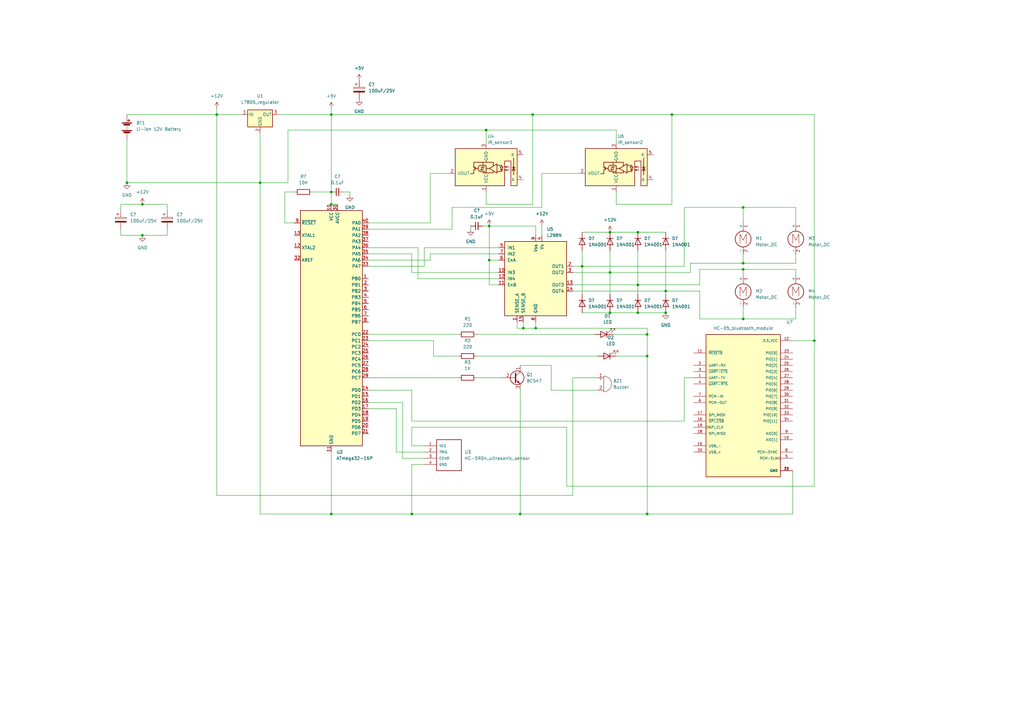
<source format=kicad_sch>
(kicad_sch (version 20211123) (generator eeschema)
  (paper "A3")
  (lib_symbols
    (symbol "Device:Battery" (pin_numbers hide) (pin_names (offset 0) hide)
      (property "Reference" "BT" (at 2.54 2.54 0))
      (property "Value" "Battery" (at 2.54 0 0))
      (symbol "Battery_0_1"
        (rectangle (start -2.032 -1.397) (end 2.032 -1.651) (fill (type outline)))
        (rectangle (start -2.032 1.778) (end 2.032 1.524) (fill (type outline)))
        (rectangle (start -1.3208 -1.9812) (end 1.27 -2.4892) (fill (type outline)))
        (rectangle (start -1.3208 1.1938) (end 1.27 0.6858) (fill (type outline)))
        (polyline (pts (xy 0 -1.524) (xy 0 -1.27)))
        (polyline (pts (xy 0 -1.016) (xy 0 -0.762)))
        (polyline (pts (xy 0 -0.508) (xy 0 -0.254)))
        (polyline (pts (xy 0 0) (xy 0 0.254)))
        (polyline (pts (xy 0 0.508) (xy 0 0.762)))
        (polyline (pts (xy 0 1.778) (xy 0 2.54)))
        (polyline (pts (xy 0.254 2.667) (xy 1.27 2.667)) (stroke (width 0.254)))
        (polyline (pts (xy 0.762 3.175) (xy 0.762 2.159)) (stroke (width 0.254)))
      )
      (symbol "Battery_1_1"
        (pin passive line (at 0 5.08 270) (length 2.54) (name "+") (number "1"))
        (pin passive line (at 0 -5.08 90) (length 2.54) (name "-") (number "2"))
      )
    )
    (symbol "Device:Buzzer" (pin_names (offset 0.0254) hide)
      (property "Reference" "BZ" (at 3.81 1.27 0))
      (property "Value" "Buzzer" (at 3.81 -1.27 0))
      (symbol "Buzzer_0_1"
        (arc (start 0 -3.175) (mid 3.175 0) (end 0 3.175))
        (polyline (pts (xy -1.651 1.905) (xy -1.143 1.905)))
        (polyline (pts (xy -1.397 2.159) (xy -1.397 1.651)))
        (polyline (pts (xy 0 3.175) (xy 0 -3.175)))
      )
      (symbol "Buzzer_1_1"
        (pin passive line (at -2.54 2.54 0) (length 2.54) (name "-") (number "1"))
        (pin passive line (at -2.54 -2.54 0) (length 2.54) (name "+") (number "2"))
      )
    )
    (symbol "Device:C_Polarized" (pin_numbers hide) (pin_names (offset 0.254))
      (property "Reference" "C" (at 0.635 2.54 0))
      (property "Value" "C_Polarized" (at 0.635 -2.54 0))
      (symbol "C_Polarized_0_1"
        (rectangle (start -2.286 0.508) (end 2.286 1.016))
        (polyline (pts (xy -1.778 2.286) (xy -0.762 2.286)))
        (polyline (pts (xy -1.27 2.794) (xy -1.27 1.778)))
        (rectangle (start 2.286 -0.508) (end -2.286 -1.016) (fill (type outline)))
      )
      (symbol "C_Polarized_1_1"
        (pin passive line (at 0 3.81 270) (length 2.794) (name "~") (number "1"))
        (pin passive line (at 0 -3.81 90) (length 2.794) (name "~") (number "2"))
      )
    )
    (symbol "Device:C_Small" (pin_numbers hide) (pin_names (offset 0.254) hide)
      (property "Reference" "C" (at 0.254 1.778 0))
      (property "Value" "C_Small" (at 0.254 -2.032 0))
      (symbol "C_Small_0_1"
        (polyline (pts (xy -1.524 -0.508) (xy 1.524 -0.508)) (stroke (width 0.3302)))
        (polyline (pts (xy -1.524 0.508) (xy 1.524 0.508)) (stroke (width 0.3048)))
      )
      (symbol "C_Small_1_1"
        (pin passive line (at 0 2.54 270) (length 2.032) (name "~") (number "1"))
        (pin passive line (at 0 -2.54 90) (length 2.032) (name "~") (number "2"))
      )
    )
    (symbol "Device:LED" (pin_numbers hide) (pin_names (offset 1.016) hide)
      (property "Reference" "D" (at 0 2.54 0))
      (property "Value" "LED" (at 0 -2.54 0))
      (symbol "LED_0_1"
        (polyline (pts (xy -1.27 -1.27) (xy -1.27 1.27)) (stroke (width 0.254)))
        (polyline (pts (xy -1.27 0) (xy 1.27 0)))
        (polyline (pts (xy 1.27 -1.27) (xy 1.27 1.27) (xy -1.27 0) (xy 1.27 -1.27)) (stroke (width 0.254)))
        (polyline (pts (xy -3.048 -0.762) (xy -4.572 -2.286) (xy -3.81 -2.286) (xy -4.572 -2.286) (xy -4.572 -1.524)))
        (polyline (pts (xy -1.778 -0.762) (xy -3.302 -2.286) (xy -2.54 -2.286) (xy -3.302 -2.286) (xy -3.302 -1.524)))
      )
      (symbol "LED_1_1"
        (pin passive line (at -3.81 0 0) (length 2.54) (name "K") (number "1"))
        (pin passive line (at 3.81 0 180) (length 2.54) (name "A") (number "2"))
      )
    )
    (symbol "Device:R" (pin_numbers hide) (pin_names (offset 0))
      (property "Reference" "R" (at 2.032 0 90))
      (property "Value" "R" (at 0 0 90))
      (symbol "R_0_1"
        (rectangle (start -1.016 -2.54) (end 1.016 2.54) (stroke (width 0.254)))
      )
      (symbol "R_1_1"
        (pin passive line (at 0 3.81 270) (length 1.27) (name "~") (number "1"))
        (pin passive line (at 0 -3.81 90) (length 1.27) (name "~") (number "2"))
      )
    )
    (symbol "Diode:1N4001" (pin_numbers hide) (pin_names (offset 1.016) hide)
      (property "Reference" "D" (at 0 2.54 0))
      (property "Value" "1N4001" (at 0 -2.54 0))
      (symbol "1N4001_0_1"
        (polyline (pts (xy -1.27 1.27) (xy -1.27 -1.27)) (stroke (width 0.254)))
        (polyline (pts (xy 1.27 0) (xy -1.27 0)))
        (polyline (pts (xy 1.27 1.27) (xy 1.27 -1.27) (xy -1.27 0) (xy 1.27 1.27)) (stroke (width 0.254)))
      )
      (symbol "1N4001_1_1"
        (pin passive line (at -3.81 0 0) (length 2.54) (name "K") (number "1"))
        (pin passive line (at 3.81 0 180) (length 2.54) (name "A") (number "2"))
      )
    )
    (symbol "Driver_Motor:L298N" (pin_names (offset 1.016))
      (property "Reference" "U" (at -10.16 16.51 0))
      (property "Value" "L298N" (at 12.7 16.51 0))
      (symbol "L298N_0_1"
        (rectangle (start -12.7 15.24) (end 12.7 -15.24) (stroke (width 0.254)) (fill (type background)))
      )
      (symbol "L298N_1_1"
        (pin power_in line (at -7.62 -17.78 90) (length 2.54) (name "SENSE_A") (number "1"))
        (pin input line (at -15.24 2.54 0) (length 2.54) (name "IN3") (number "10"))
        (pin input line (at -15.24 -2.54 0) (length 2.54) (name "EnB") (number "11"))
        (pin input line (at -15.24 0 0) (length 2.54) (name "IN4") (number "12"))
        (pin output line (at 15.24 -2.54 180) (length 2.54) (name "OUT3") (number "13"))
        (pin output line (at 15.24 -5.08 180) (length 2.54) (name "OUT4") (number "14"))
        (pin power_in line (at -5.08 -17.78 90) (length 2.54) (name "SENSE_B") (number "15"))
        (pin output line (at 15.24 5.08 180) (length 2.54) (name "OUT1") (number "2"))
        (pin output line (at 15.24 2.54 180) (length 2.54) (name "OUT2") (number "3"))
        (pin power_in line (at 2.54 17.78 270) (length 2.54) (name "Vs") (number "4"))
        (pin input line (at -15.24 12.7 0) (length 2.54) (name "IN1") (number "5"))
        (pin input line (at -15.24 7.62 0) (length 2.54) (name "EnA") (number "6"))
        (pin input line (at -15.24 10.16 0) (length 2.54) (name "IN2") (number "7"))
        (pin power_in line (at 0 -17.78 90) (length 2.54) (name "GND") (number "8"))
        (pin power_in line (at 0 17.78 270) (length 2.54) (name "Vss") (number "9"))
      )
    )
    (symbol "HC-05:HC-05" (pin_names (offset 1.016))
      (property "Reference" "U" (at -15.24 31.115 0))
      (property "Value" "HC-05" (at -15.24 -30.48 0))
      (symbol "HC-05_0_0"
        (rectangle (start -15.24 -27.94) (end 15.24 30.48) (stroke (width 0.254)) (fill (type background)))
        (pin output line (at -20.32 12.7 0) (length 5.08) (name "UART-TX") (number "1"))
        (pin bidirectional line (at 20.32 -12.7 180) (length 5.08) (name "AIO[1]") (number "10"))
        (pin input line (at -20.32 22.86 0) (length 5.08) (name "~{RESETB}") (number "11"))
        (pin power_in line (at 20.32 27.94 180) (length 5.08) (name "3.3_VCC") (number "12"))
        (pin power_in line (at 20.32 -25.4 180) (length 5.08) (name "GND") (number "13"))
        (pin bidirectional line (at -20.32 -15.24 0) (length 5.08) (name "USB_-") (number "15"))
        (pin input line (at -20.32 -5.08 0) (length 5.08) (name "~{SPI_CSB}") (number "16"))
        (pin input line (at -20.32 -2.54 0) (length 5.08) (name "SPI_MOSI") (number "17"))
        (pin output line (at -20.32 -10.16 0) (length 5.08) (name "SPI_MISO") (number "18"))
        (pin input clock (at -20.32 -7.62 0) (length 5.08) (name "SPI_CLK") (number "19"))
        (pin input line (at -20.32 17.78 0) (length 5.08) (name "UART-RX") (number "2"))
        (pin bidirectional line (at -20.32 -17.78 0) (length 5.08) (name "USB_+") (number "20"))
        (pin power_in line (at 20.32 -25.4 180) (length 5.08) (name "GND") (number "21"))
        (pin power_in line (at 20.32 -25.4 180) (length 5.08) (name "GND") (number "22"))
        (pin bidirectional line (at 20.32 22.86 180) (length 5.08) (name "PIO[0]") (number "23"))
        (pin bidirectional line (at 20.32 20.32 180) (length 5.08) (name "PIO[1]") (number "24"))
        (pin bidirectional line (at 20.32 17.78 180) (length 5.08) (name "PIO[2]") (number "25"))
        (pin bidirectional line (at 20.32 15.24 180) (length 5.08) (name "PIO[3]") (number "26"))
        (pin bidirectional line (at 20.32 12.7 180) (length 5.08) (name "PIO[4]") (number "27"))
        (pin bidirectional line (at 20.32 10.16 180) (length 5.08) (name "PIO[5]") (number "28"))
        (pin bidirectional line (at 20.32 7.62 180) (length 5.08) (name "PIO[6]") (number "29"))
        (pin input line (at -20.32 15.24 0) (length 5.08) (name "~{UART-CTS}") (number "3"))
        (pin bidirectional line (at 20.32 5.08 180) (length 5.08) (name "PIO[7]") (number "30"))
        (pin bidirectional line (at 20.32 2.54 180) (length 5.08) (name "PIO[8]") (number "31"))
        (pin bidirectional line (at 20.32 0 180) (length 5.08) (name "PIO[9]") (number "32"))
        (pin bidirectional line (at 20.32 -2.54 180) (length 5.08) (name "PIO[10]") (number "33"))
        (pin bidirectional line (at 20.32 -5.08 180) (length 5.08) (name "PIO[11]") (number "34"))
        (pin output line (at -20.32 10.16 0) (length 5.08) (name "~{UART-RTS}") (number "4"))
        (pin bidirectional clock (at 20.32 -20.32 180) (length 5.08) (name "PCM-CLK") (number "5"))
        (pin output line (at -20.32 2.54 0) (length 5.08) (name "PCM-OUT") (number "6"))
        (pin input line (at -20.32 5.08 0) (length 5.08) (name "PCM-IN") (number "7"))
        (pin bidirectional line (at 20.32 -17.78 180) (length 5.08) (name "PCN-SYNC") (number "8"))
        (pin bidirectional line (at 20.32 -10.16 180) (length 5.08) (name "AIO[0]") (number "9"))
      )
    )
    (symbol "HC-SR04:HC-SR04" (pin_names (offset 1.016))
      (property "Reference" "U" (at 0 5.08 0))
      (property "Value" "HC-SR04" (at 0 -10.16 0))
      (symbol "HC-SR04_0_0"
        (polyline (pts (xy 0 -7.62) (xy 10.16 -7.62)) (stroke (width 0.254)))
        (polyline (pts (xy 0 5.08) (xy 0 -7.62)) (stroke (width 0.254)))
        (polyline (pts (xy 10.16 -7.62) (xy 10.16 5.08)) (stroke (width 0.254)))
        (polyline (pts (xy 10.16 5.08) (xy 0 5.08)) (stroke (width 0.254)))
        (pin power_in line (at -5.08 2.54 0) (length 5.08) (name "VCC") (number "1"))
        (pin bidirectional line (at -5.08 0 0) (length 5.08) (name "TRIG") (number "2"))
        (pin bidirectional line (at -5.08 -2.54 0) (length 5.08) (name "ECHO") (number "3"))
        (pin power_in line (at -5.08 -5.08 0) (length 5.08) (name "GND") (number "4"))
      )
    )
    (symbol "MCU_Microchip_ATmega:ATmega32-16P"
      (property "Reference" "U" (at -12.7 49.53 0))
      (property "Value" "ATmega32-16P" (at 2.54 -49.53 0))
      (symbol "ATmega32-16P_0_1"
        (rectangle (start -12.7 -48.26) (end 12.7 48.26) (stroke (width 0.254)) (fill (type background)))
      )
      (symbol "ATmega32-16P_1_1"
        (pin bidirectional line (at 15.24 20.32 180) (length 2.54) (name "PB0") (number "1"))
        (pin power_in line (at 0 50.8 270) (length 2.54) (name "VCC") (number "10"))
        (pin power_in line (at 0 -50.8 90) (length 2.54) (name "GND") (number "11"))
        (pin output line (at -15.24 33.02 0) (length 2.54) (name "XTAL2") (number "12"))
        (pin input line (at -15.24 38.1 0) (length 2.54) (name "XTAL1") (number "13"))
        (pin bidirectional line (at 15.24 -25.4 180) (length 2.54) (name "PD0") (number "14"))
        (pin bidirectional line (at 15.24 -27.94 180) (length 2.54) (name "PD1") (number "15"))
        (pin bidirectional line (at 15.24 -30.48 180) (length 2.54) (name "PD2") (number "16"))
        (pin bidirectional line (at 15.24 -33.02 180) (length 2.54) (name "PD3") (number "17"))
        (pin bidirectional line (at 15.24 -35.56 180) (length 2.54) (name "PD4") (number "18"))
        (pin bidirectional line (at 15.24 -38.1 180) (length 2.54) (name "PD5") (number "19"))
        (pin bidirectional line (at 15.24 17.78 180) (length 2.54) (name "PB1") (number "2"))
        (pin bidirectional line (at 15.24 -40.64 180) (length 2.54) (name "PD6") (number "20"))
        (pin bidirectional line (at 15.24 -43.18 180) (length 2.54) (name "PD7") (number "21"))
        (pin bidirectional line (at 15.24 -2.54 180) (length 2.54) (name "PC0") (number "22"))
        (pin bidirectional line (at 15.24 -5.08 180) (length 2.54) (name "PC1") (number "23"))
        (pin bidirectional line (at 15.24 -7.62 180) (length 2.54) (name "PC2") (number "24"))
        (pin bidirectional line (at 15.24 -10.16 180) (length 2.54) (name "PC3") (number "25"))
        (pin bidirectional line (at 15.24 -12.7 180) (length 2.54) (name "PC4") (number "26"))
        (pin bidirectional line (at 15.24 -15.24 180) (length 2.54) (name "PC5") (number "27"))
        (pin bidirectional line (at 15.24 -17.78 180) (length 2.54) (name "PC6") (number "28"))
        (pin bidirectional line (at 15.24 -20.32 180) (length 2.54) (name "PC7") (number "29"))
        (pin bidirectional line (at 15.24 15.24 180) (length 2.54) (name "PB2") (number "3"))
        (pin power_in line (at 2.54 50.8 270) (length 2.54) (name "AVCC") (number "30"))
        (pin passive line (at 0 -50.8 90) (length 2.54) hide (name "GND") (number "31"))
        (pin passive line (at -15.24 27.94 0) (length 2.54) (name "AREF") (number "32"))
        (pin bidirectional line (at 15.24 25.4 180) (length 2.54) (name "PA7") (number "33"))
        (pin bidirectional line (at 15.24 27.94 180) (length 2.54) (name "PA6") (number "34"))
        (pin bidirectional line (at 15.24 30.48 180) (length 2.54) (name "PA5") (number "35"))
        (pin bidirectional line (at 15.24 33.02 180) (length 2.54) (name "PA4") (number "36"))
        (pin bidirectional line (at 15.24 35.56 180) (length 2.54) (name "PA3") (number "37"))
        (pin bidirectional line (at 15.24 38.1 180) (length 2.54) (name "PA2") (number "38"))
        (pin bidirectional line (at 15.24 40.64 180) (length 2.54) (name "PA1") (number "39"))
        (pin bidirectional line (at 15.24 12.7 180) (length 2.54) (name "PB3") (number "4"))
        (pin bidirectional line (at 15.24 43.18 180) (length 2.54) (name "PA0") (number "40"))
        (pin bidirectional line (at 15.24 10.16 180) (length 2.54) (name "PB4") (number "5"))
        (pin bidirectional line (at 15.24 7.62 180) (length 2.54) (name "PB5") (number "6"))
        (pin bidirectional line (at 15.24 5.08 180) (length 2.54) (name "PB6") (number "7"))
        (pin bidirectional line (at 15.24 2.54 180) (length 2.54) (name "PB7") (number "8"))
        (pin input line (at -15.24 43.18 0) (length 2.54) (name "~{RESET}") (number "9"))
      )
    )
    (symbol "Motor:Motor_DC" (pin_names (offset 0))
      (property "Reference" "M" (at 2.54 2.54 0))
      (property "Value" "Motor_DC" (at 2.54 -5.08 0))
      (symbol "Motor_DC_0_0"
        (polyline (pts (xy -1.27 -3.302) (xy -1.27 0.508) (xy 0 -2.032) (xy 1.27 0.508) (xy 1.27 -3.302)))
      )
      (symbol "Motor_DC_0_1"
        (circle (center 0 -1.524) (radius 3.2512) (stroke (width 0.254)))
        (polyline (pts (xy 0 -7.62) (xy 0 -7.112)))
        (polyline (pts (xy 0 -4.7752) (xy 0 -5.1816)))
        (polyline (pts (xy 0 1.7272) (xy 0 2.0828)))
        (polyline (pts (xy 0 2.032) (xy 0 2.54)))
      )
      (symbol "Motor_DC_1_1"
        (pin passive line (at 0 5.08 270) (length 2.54) (name "+") (number "1"))
        (pin passive line (at 0 -7.62 90) (length 2.54) (name "-") (number "2"))
      )
    )
    (symbol "Regulator_Linear:L7805" (pin_names (offset 0.254))
      (property "Reference" "U" (at -3.81 3.175 0))
      (property "Value" "L7805" (at 0 3.175 0))
      (symbol "L7805_0_1"
        (rectangle (start -5.08 1.905) (end 5.08 -5.08) (stroke (width 0.254)) (fill (type background)))
      )
      (symbol "L7805_1_1"
        (pin power_in line (at -7.62 0 0) (length 2.54) (name "IN") (number "1"))
        (pin power_in line (at 0 -7.62 90) (length 2.54) (name "GND") (number "2"))
        (pin power_out line (at 7.62 0 180) (length 2.54) (name "OUT") (number "3"))
      )
    )
    (symbol "Sensor_Proximity:LG206L" (pin_names (offset 1.016))
      (property "Reference" "U" (at -11.43 8.89 0))
      (property "Value" "LG206L" (at 4.318 8.89 0))
      (symbol "LG206L_0_1"
        (polyline (pts (xy -11.9126 0) (xy -10.6426 0)) (stroke (width 0.254)))
        (polyline (pts (xy -11.2776 -3.81) (xy -11.2776 3.175)) (stroke (width 0.254)))
        (polyline (pts (xy -6.985 1.143) (xy -5.715 1.143)) (stroke (width 0.254)))
        (polyline (pts (xy -2.921 1.524) (xy -2.921 2.286)) (stroke (width 0.254)))
        (polyline (pts (xy -2.921 2.286) (xy 1.27 2.286)) (stroke (width 0.254)))
        (polyline (pts (xy -1.27 0.508) (xy 0 0.508)) (stroke (width 0.254)))
        (polyline (pts (xy -0.1016 -2.5146) (xy -0.1016 -2.0828)) (stroke (width 0.254)))
        (polyline (pts (xy 0 1.778) (xy 2.54 1.778)) (stroke (width 0.254)))
        (polyline (pts (xy 0.0254 2.3114) (xy 0.0254 2.7178)) (stroke (width 0.254)))
        (polyline (pts (xy 1.27 1.9304) (xy 1.27 2.286)) (stroke (width 0.254)))
        (polyline (pts (xy 3.175 0.508) (xy 4.445 0.508)) (stroke (width 0.254)))
        (polyline (pts (xy 4.445 0.508) (xy 5.08 -0.127)) (stroke (width 0.254)))
        (polyline (pts (xy 4.445 0.508) (xy 5.08 1.143)) (stroke (width 0.254)))
        (polyline (pts (xy 4.445 1.143) (xy 4.445 -0.127)) (stroke (width 0.254)))
        (polyline (pts (xy -9.3472 -0.127) (xy -7.8232 -0.127) (xy -8.2296 0.0762)) (stroke (width 0.254)))
        (polyline (pts (xy -9.3472 1.143) (xy -7.8232 1.143) (xy -8.2296 1.3462)) (stroke (width 0.254)))
        (polyline (pts (xy -8.2296 0.0762) (xy -8.2296 -0.3302) (xy -7.8232 -0.127)) (stroke (width 0.254)))
        (polyline (pts (xy -8.2296 1.3462) (xy -8.2296 0.9398) (xy -7.8232 1.143)) (stroke (width 0.254)))
        (polyline (pts (xy -6.35 -0.127) (xy -6.35 -0.762) (xy -4.445 -0.762)) (stroke (width 0.254)))
        (polyline (pts (xy -6.35 1.143) (xy -6.35 1.778) (xy -4.445 1.778)) (stroke (width 0.254)))
        (polyline (pts (xy 0 1.778) (xy 0 -0.762) (xy 2.54 -0.762)) (stroke (width 0.254)))
        (polyline (pts (xy 1.27 -2.032) (xy -2.921 -2.032) (xy -2.921 -0.508)) (stroke (width 0.254)))
        (polyline (pts (xy 1.905 1.143) (xy 1.27 1.143) (xy 1.27 -0.127)) (stroke (width 0.254)))
        (polyline (pts (xy 5.08 1.143) (xy 5.08 2.667) (xy 6.35 2.667)) (stroke (width 0.254)))
        (polyline (pts (xy -11.9126 1.27) (xy -10.6426 1.27) (xy -11.2776 0) (xy -11.9126 1.27)) (stroke (width 0.254)))
        (polyline (pts (xy -6.985 -0.127) (xy -5.715 -0.127) (xy -6.35 1.143) (xy -6.985 -0.127)) (stroke (width 0.254)))
        (polyline (pts (xy -4.445 2.413) (xy -4.445 -1.397) (xy -1.27 0.508) (xy -4.445 2.413)) (stroke (width 0.254)))
        (polyline (pts (xy 0.635 -0.127) (xy 1.905 -0.127) (xy 1.905 1.143) (xy 2.54 1.143)) (stroke (width 0.254)))
        (polyline (pts (xy 1.27 -0.762) (xy 1.27 -2.032) (xy 5.08 -2.032) (xy 5.08 -0.127)) (stroke (width 0.254)))
        (polyline (pts (xy 5.08 -0.127) (xy 4.826 -0.0762) (xy 5.0292 0.127) (xy 5.08 -0.127)) (stroke (width 0.254)))
        (polyline (pts (xy -12.7 -7.62) (xy 12.7 -7.62) (xy 12.7 7.62) (xy -7.62 7.62) (xy -7.62 -2.54) (xy -10.16 -2.54) (xy -10.16 7.62) (xy -12.7 7.62) (xy -12.7 -7.62)) (stroke (width 0.254)) (fill (type background)))
        (arc (start 2.54 -0.762) (mid 3.3249 0.508) (end 2.54 1.778) (stroke (width 0.254)))
      )
      (symbol "LG206L_1_1"
        (pin power_in line (at 0 10.16 270) (length 2.54) (name "VCC") (number "1"))
        (pin open_collector line (at 15.24 2.54 180) (length 2.54) (name "VOUT") (number "2"))
        (pin power_in line (at 0 -10.16 90) (length 2.54) (name "GND") (number "3"))
        (pin passive line (at -15.24 5.08 0) (length 2.54) (name "A") (number "4"))
        (pin passive line (at -15.24 -5.08 0) (length 2.54) (name "K") (number "5"))
      )
    )
    (symbol "Transistor_BJT:BC547" (pin_names (offset 0) hide)
      (property "Reference" "Q" (at 5.08 1.905 0))
      (property "Value" "BC547" (at 5.08 0 0))
      (symbol "BC547_0_1"
        (polyline (pts (xy 0 0) (xy 0.635 0)))
        (polyline (pts (xy 0.635 0.635) (xy 2.54 2.54)))
        (polyline (pts (xy 0.635 -0.635) (xy 2.54 -2.54) (xy 2.54 -2.54)))
        (polyline (pts (xy 0.635 1.905) (xy 0.635 -1.905) (xy 0.635 -1.905)) (stroke (width 0.508)))
        (polyline (pts (xy 1.27 -1.778) (xy 1.778 -1.27) (xy 2.286 -2.286) (xy 1.27 -1.778) (xy 1.27 -1.778)) (fill (type outline)))
        (circle (center 1.27 0) (radius 2.8194) (stroke (width 0.254)))
      )
      (symbol "BC547_1_1"
        (pin passive line (at 2.54 5.08 270) (length 2.54) (name "C") (number "1"))
        (pin input line (at -5.08 0 0) (length 5.08) (name "B") (number "2"))
        (pin passive line (at 2.54 -5.08 90) (length 2.54) (name "E") (number "3"))
      )
    )
    (symbol "power:+12V" (power) (pin_names (offset 0))
      (property "Value" "+12V" (at 0 3.556 0))
      (symbol "+12V_0_1"
        (polyline (pts (xy -0.762 1.27) (xy 0 2.54)))
        (polyline (pts (xy 0 0) (xy 0 2.54)))
        (polyline (pts (xy 0 2.54) (xy 0.762 1.27)))
      )
      (symbol "+12V_1_1"
        (pin power_in line (at 0 0 90) (length 0) hide (name "+12V") (number "1"))
      )
    )
    (symbol "power:+5V" (power) (pin_names (offset 0))
      (property "Value" "+5V" (at 0 3.556 0))
      (symbol "+5V_0_1"
        (polyline (pts (xy -0.762 1.27) (xy 0 2.54)))
        (polyline (pts (xy 0 0) (xy 0 2.54)))
        (polyline (pts (xy 0 2.54) (xy 0.762 1.27)))
      )
      (symbol "+5V_1_1"
        (pin power_in line (at 0 0 90) (length 0) hide (name "+5V") (number "1"))
      )
    )
    (symbol "power:GND" (power) (pin_names (offset 0))
      (property "Value" "GND" (at 0 -3.81 0))
      (symbol "GND_0_1"
        (polyline (pts (xy 0 0) (xy 0 -1.27) (xy 1.27 -1.27) (xy 0 -2.54) (xy -1.27 -1.27) (xy 0 -1.27)))
      )
      (symbol "GND_1_1"
        (pin power_in line (at 0 0 270) (length 0) hide (name "GND") (number "1"))
      )
    )
  )
  (junction (at 265.43 137.16))
  (junction (at 135.89 78.74))
  (junction (at 52.07 74.93))
  (junction (at 213.36 210.82))
  (junction (at 265.43 146.05))
  (junction (at 168.91 210.82))
  (junction (at 261.62 116.84))
  (junction (at 273.05 119.38))
  (junction (at 273.05 128.27))
  (junction (at 250.19 111.76))
  (junction (at 304.8 130.81))
  (junction (at 238.76 109.22))
  (junction (at 214.63 134.62))
  (junction (at 135.89 210.82))
  (junction (at 200.66 106.68))
  (junction (at 275.59 46.99))
  (junction (at 250.19 128.27))
  (junction (at 219.71 134.62))
  (junction (at 304.8 110.49))
  (junction (at 304.8 107.95))
  (junction (at 88.9 46.99))
  (junction (at 334.01 139.7))
  (junction (at 250.19 95.25))
  (junction (at 106.68 74.93))
  (junction (at 265.43 210.82))
  (junction (at 199.39 53.34))
  (junction (at 58.42 96.52))
  (junction (at 304.8 85.09))
  (junction (at 58.42 83.82))
  (junction (at 200.66 92.71))
  (junction (at 135.89 83.82))
  (junction (at 135.89 46.99))
  (junction (at 261.62 128.27))
  (junction (at 261.62 95.25))
  (junction (at 218.44 46.99))
  (wire (pts (xy 325.12 139.7) (xy 334.01 139.7)))
  (wire (pts (xy 168.91 190.5) (xy 168.91 210.82)))
  (wire (pts (xy 219.71 92.71) (xy 200.66 92.71)))
  (wire (pts (xy 151.13 91.44) (xy 176.53 91.44)))
  (wire (pts (xy 214.63 134.62) (xy 219.71 134.62)))
  (wire (pts (xy 214.63 132.08) (xy 214.63 134.62)))
  (wire (pts (xy 135.89 185.42) (xy 135.89 210.82)))
  (wire (pts (xy 193.04 93.98) (xy 193.04 92.71)))
  (wire (pts (xy 252.73 78.74) (xy 252.73 83.82)))
  (wire (pts (xy 304.8 104.14) (xy 304.8 107.95)))
  (wire (pts (xy 116.84 78.74) (xy 116.84 91.44)))
  (wire (pts (xy 151.13 139.7) (xy 177.8 139.7)))
  (wire (pts (xy 151.13 154.94) (xy 187.96 154.94)))
  (wire (pts (xy 106.68 54.61) (xy 106.68 74.93)))
  (wire (pts (xy 234.95 111.76) (xy 250.19 111.76)))
  (wire (pts (xy 283.21 111.76) (xy 283.21 107.95)))
  (wire (pts (xy 238.76 128.27) (xy 250.19 128.27)))
  (wire (pts (xy 250.19 111.76) (xy 250.19 120.65)))
  (wire (pts (xy 222.25 85.09) (xy 222.25 71.12)))
  (wire (pts (xy 280.67 109.22) (xy 280.67 85.09)))
  (wire (pts (xy 128.27 78.74) (xy 135.89 78.74)))
  (wire (pts (xy 304.8 110.49) (xy 326.39 110.49)))
  (wire (pts (xy 173.99 109.22) (xy 173.99 101.6)))
  (wire (pts (xy 151.13 165.1) (xy 165.1 165.1)))
  (wire (pts (xy 273.05 119.38) (xy 287.02 119.38)))
  (wire (pts (xy 261.62 116.84) (xy 287.02 116.84)))
  (wire (pts (xy 135.89 210.82) (xy 106.68 210.82)))
  (wire (pts (xy 200.66 92.71) (xy 200.66 106.68)))
  (wire (pts (xy 261.62 102.87) (xy 261.62 116.84)))
  (wire (pts (xy 287.02 119.38) (xy 287.02 130.81)))
  (wire (pts (xy 176.53 104.14) (xy 176.53 106.68)))
  (wire (pts (xy 168.91 104.14) (xy 168.91 111.76)))
  (wire (pts (xy 135.89 78.74) (xy 135.89 83.82)))
  (wire (pts (xy 252.73 53.34) (xy 199.39 53.34)))
  (wire (pts (xy 52.07 57.15) (xy 52.07 74.93)))
  (wire (pts (xy 168.91 175.26) (xy 232.41 175.26)))
  (wire (pts (xy 326.39 125.73) (xy 326.39 130.81)))
  (wire (pts (xy 68.58 96.52) (xy 68.58 93.98)))
  (wire (pts (xy 218.44 83.82) (xy 218.44 46.99)))
  (wire (pts (xy 234.95 154.94) (xy 234.95 203.2)))
  (wire (pts (xy 171.45 114.3) (xy 171.45 101.6)))
  (wire (pts (xy 232.41 175.26) (xy 232.41 199.39)))
  (wire (pts (xy 265.43 146.05) (xy 265.43 210.82)))
  (wire (pts (xy 287.02 130.81) (xy 304.8 130.81)))
  (wire (pts (xy 252.73 146.05) (xy 265.43 146.05)))
  (wire (pts (xy 68.58 83.82) (xy 58.42 83.82)))
  (wire (pts (xy 304.8 110.49) (xy 304.8 113.03)))
  (wire (pts (xy 284.48 154.94) (xy 280.67 154.94)))
  (wire (pts (xy 265.43 210.82) (xy 213.36 210.82)))
  (wire (pts (xy 162.56 185.42) (xy 173.99 185.42)))
  (wire (pts (xy 195.58 146.05) (xy 245.11 146.05)))
  (wire (pts (xy 334.01 199.39) (xy 334.01 139.7)))
  (wire (pts (xy 114.3 46.99) (xy 135.89 46.99)))
  (wire (pts (xy 287.02 110.49) (xy 304.8 110.49)))
  (wire (pts (xy 250.19 128.27) (xy 261.62 128.27)))
  (wire (pts (xy 165.1 187.96) (xy 173.99 187.96)))
  (wire (pts (xy 49.53 93.98) (xy 49.53 96.52)))
  (wire (pts (xy 151.13 137.16) (xy 187.96 137.16)))
  (wire (pts (xy 219.71 96.52) (xy 219.71 92.71)))
  (wire (pts (xy 250.19 95.25) (xy 261.62 95.25)))
  (wire (pts (xy 234.95 119.38) (xy 273.05 119.38)))
  (wire (pts (xy 325.12 193.04) (xy 325.12 210.82)))
  (wire (pts (xy 212.09 134.62) (xy 214.63 134.62)))
  (wire (pts (xy 120.65 78.74) (xy 116.84 78.74)))
  (wire (pts (xy 135.89 83.82) (xy 138.43 83.82)))
  (wire (pts (xy 250.19 102.87) (xy 250.19 111.76)))
  (wire (pts (xy 275.59 83.82) (xy 275.59 46.99)))
  (wire (pts (xy 304.8 85.09) (xy 304.8 91.44)))
  (wire (pts (xy 151.13 160.02) (xy 168.91 160.02)))
  (wire (pts (xy 88.9 203.2) (xy 234.95 203.2)))
  (wire (pts (xy 200.66 106.68) (xy 204.47 106.68)))
  (wire (pts (xy 135.89 44.45) (xy 135.89 46.99)))
  (wire (pts (xy 304.8 130.81) (xy 326.39 130.81)))
  (wire (pts (xy 58.42 96.52) (xy 68.58 96.52)))
  (wire (pts (xy 168.91 175.26) (xy 168.91 182.88)))
  (wire (pts (xy 213.36 160.02) (xy 213.36 210.82)))
  (wire (pts (xy 173.99 101.6) (xy 204.47 101.6)))
  (wire (pts (xy 168.91 172.72) (xy 280.67 172.72)))
  (wire (pts (xy 326.39 107.95) (xy 326.39 104.14)))
  (wire (pts (xy 213.36 149.86) (xy 226.06 149.86)))
  (wire (pts (xy 204.47 104.14) (xy 176.53 104.14)))
  (wire (pts (xy 252.73 83.82) (xy 275.59 83.82)))
  (wire (pts (xy 200.66 106.68) (xy 200.66 116.84)))
  (wire (pts (xy 199.39 53.34) (xy 118.11 53.34)))
  (wire (pts (xy 212.09 132.08) (xy 212.09 134.62)))
  (wire (pts (xy 151.13 109.22) (xy 173.99 109.22)))
  (wire (pts (xy 226.06 160.02) (xy 245.11 160.02)))
  (wire (pts (xy 151.13 93.98) (xy 185.42 93.98)))
  (wire (pts (xy 326.39 85.09) (xy 326.39 91.44)))
  (wire (pts (xy 199.39 58.42) (xy 199.39 53.34)))
  (wire (pts (xy 118.11 74.93) (xy 106.68 74.93)))
  (wire (pts (xy 222.25 92.71) (xy 222.25 96.52)))
  (wire (pts (xy 273.05 102.87) (xy 273.05 119.38)))
  (wire (pts (xy 88.9 44.45) (xy 88.9 46.99)))
  (wire (pts (xy 168.91 210.82) (xy 135.89 210.82)))
  (wire (pts (xy 200.66 116.84) (xy 204.47 116.84)))
  (wire (pts (xy 280.67 154.94) (xy 280.67 172.72)))
  (wire (pts (xy 151.13 104.14) (xy 168.91 104.14)))
  (wire (pts (xy 168.91 160.02) (xy 168.91 172.72)))
  (wire (pts (xy 232.41 199.39) (xy 334.01 199.39)))
  (wire (pts (xy 273.05 119.38) (xy 273.05 120.65)))
  (wire (pts (xy 177.8 139.7) (xy 177.8 146.05)))
  (wire (pts (xy 238.76 95.25) (xy 250.19 95.25)))
  (wire (pts (xy 238.76 102.87) (xy 238.76 109.22)))
  (wire (pts (xy 222.25 71.12) (xy 237.49 71.12)))
  (wire (pts (xy 261.62 116.84) (xy 261.62 120.65)))
  (wire (pts (xy 68.58 86.36) (xy 68.58 83.82)))
  (wire (pts (xy 238.76 109.22) (xy 238.76 120.65)))
  (wire (pts (xy 334.01 46.99) (xy 275.59 46.99)))
  (wire (pts (xy 151.13 167.64) (xy 162.56 167.64)))
  (wire (pts (xy 213.36 210.82) (xy 168.91 210.82)))
  (wire (pts (xy 304.8 107.95) (xy 326.39 107.95)))
  (wire (pts (xy 219.71 134.62) (xy 219.71 132.08)))
  (wire (pts (xy 198.12 92.71) (xy 200.66 92.71)))
  (wire (pts (xy 238.76 109.22) (xy 280.67 109.22)))
  (wire (pts (xy 304.8 125.73) (xy 304.8 130.81)))
  (wire (pts (xy 218.44 46.99) (xy 275.59 46.99)))
  (wire (pts (xy 234.95 109.22) (xy 238.76 109.22)))
  (wire (pts (xy 185.42 93.98) (xy 185.42 85.09)))
  (wire (pts (xy 334.01 139.7) (xy 334.01 46.99)))
  (wire (pts (xy 162.56 167.64) (xy 162.56 185.42)))
  (wire (pts (xy 88.9 46.99) (xy 88.9 203.2)))
  (wire (pts (xy 116.84 91.44) (xy 120.65 91.44)))
  (wire (pts (xy 177.8 146.05) (xy 187.96 146.05)))
  (wire (pts (xy 251.46 137.16) (xy 265.43 137.16)))
  (wire (pts (xy 168.91 111.76) (xy 204.47 111.76)))
  (wire (pts (xy 280.67 85.09) (xy 304.8 85.09)))
  (wire (pts (xy 143.51 78.74) (xy 140.97 78.74)))
  (wire (pts (xy 58.42 83.82) (xy 49.53 83.82)))
  (wire (pts (xy 261.62 95.25) (xy 273.05 95.25)))
  (wire (pts (xy 245.11 154.94) (xy 234.95 154.94)))
  (wire (pts (xy 52.07 74.93) (xy 106.68 74.93)))
  (wire (pts (xy 173.99 190.5) (xy 168.91 190.5)))
  (wire (pts (xy 135.89 46.99) (xy 218.44 46.99)))
  (wire (pts (xy 88.9 46.99) (xy 99.06 46.99)))
  (wire (pts (xy 250.19 111.76) (xy 283.21 111.76)))
  (wire (pts (xy 261.62 128.27) (xy 273.05 128.27)))
  (wire (pts (xy 135.89 46.99) (xy 135.89 78.74)))
  (wire (pts (xy 283.21 107.95) (xy 304.8 107.95)))
  (wire (pts (xy 176.53 71.12) (xy 184.15 71.12)))
  (wire (pts (xy 143.51 80.01) (xy 143.51 78.74)))
  (wire (pts (xy 151.13 101.6) (xy 171.45 101.6)))
  (wire (pts (xy 173.99 182.88) (xy 168.91 182.88)))
  (wire (pts (xy 49.53 83.82) (xy 49.53 86.36)))
  (wire (pts (xy 252.73 58.42) (xy 252.73 53.34)))
  (wire (pts (xy 199.39 78.74) (xy 199.39 83.82)))
  (wire (pts (xy 326.39 110.49) (xy 326.39 113.03)))
  (wire (pts (xy 226.06 149.86) (xy 226.06 160.02)))
  (wire (pts (xy 185.42 85.09) (xy 222.25 85.09)))
  (wire (pts (xy 176.53 106.68) (xy 151.13 106.68)))
  (wire (pts (xy 195.58 154.94) (xy 205.74 154.94)))
  (wire (pts (xy 234.95 116.84) (xy 261.62 116.84)))
  (wire (pts (xy 176.53 91.44) (xy 176.53 71.12)))
  (wire (pts (xy 265.43 137.16) (xy 265.43 146.05)))
  (wire (pts (xy 165.1 165.1) (xy 165.1 187.96)))
  (wire (pts (xy 219.71 134.62) (xy 265.43 134.62)))
  (wire (pts (xy 265.43 134.62) (xy 265.43 137.16)))
  (wire (pts (xy 49.53 96.52) (xy 58.42 96.52)))
  (wire (pts (xy 325.12 210.82) (xy 265.43 210.82)))
  (wire (pts (xy 199.39 83.82) (xy 218.44 83.82)))
  (wire (pts (xy 106.68 210.82) (xy 106.68 74.93)))
  (wire (pts (xy 52.07 46.99) (xy 88.9 46.99)))
  (wire (pts (xy 204.47 114.3) (xy 171.45 114.3)))
  (wire (pts (xy 287.02 116.84) (xy 287.02 110.49)))
  (wire (pts (xy 195.58 137.16) (xy 243.84 137.16)))
  (wire (pts (xy 304.8 85.09) (xy 326.39 85.09)))
  (wire (pts (xy 118.11 53.34) (xy 118.11 74.93)))
  (symbol (lib_id "Motor:Motor_DC") (at 326.39 118.11 0) (unit 1)
    (property "Reference" "M4" (at 331.47 119.3799 0) (effects (justify left)))
    (property "Value" "Motor_DC" (at 331.47 121.9199 0) (effects (justify left)))
    (property "Footprint" "Connector:Banana_Jack_1Pin" (effects hide))
  )
  (symbol (lib_id "Diode:1N4001") (at 238.76 99.06 270) (unit 1)
    (property "Reference" "D?" (at 241.3 97.7899 90) (effects (justify left)))
    (property "Value" "1N4001" (at 241.3 100.3299 90) (effects (justify left)))
    (property "Footprint" "Diode_THT:D_DO-41_SOD81_P10.16mm_Horizontal" (effects hide))
    (property "Datasheet" "http://www.vishay.com/docs/88503/1n4001.pdf" (effects hide))
  )
  (symbol (lib_id "HC-05:HC-05") (at 304.8 167.64 0) (unit 1)
    (property "Reference" "U7" (at 323.85 132.08 0))
    (property "Value" "HC-05_bluetooth_module" (at 304.8 134.62 0))
    (property "Footprint" "Library:HC05" (effects hide))
    (property "PARTREV" "v1.0" (effects hide))
    (property "MF" "HuiCheng" (effects hide))
    (property "STANDARD" "Manufacturer Recommendations" (effects hide))
  )
  (symbol (lib_id "Device:C_Small") (at 195.58 92.71 90) (unit 1)
    (property "Reference" "C?" (at 195.5863 86.36 90))
    (property "Value" "0.1uF" (at 195.5863 88.9 90))
    (property "Footprint" "Capacitor_THT:C_Disc_D5.0mm_W2.5mm_P5.00mm" (effects hide))
  )
  (symbol (lib_id "Transistor_BJT:BC547") (at 210.82 154.94 0) (unit 1)
    (property "Reference" "Q1" (at 215.9 153.6699 0) (effects (justify left)))
    (property "Value" "BC547" (at 215.9 156.2099 0) (effects (justify left)))
    (property "Footprint" "Package_TO_SOT_THT:TO-92_Inline" (effects hide))
    (property "Datasheet" "https://www.onsemi.com/pub/Collateral/BC550-D.pdf" (effects hide))
  )
  (symbol (lib_id "Diode:1N4001") (at 261.62 99.06 270) (unit 1)
    (property "Reference" "D?" (at 264.16 97.7899 90) (effects (justify left)))
    (property "Value" "1N4001" (at 264.16 100.3299 90) (effects (justify left)))
    (property "Footprint" "Diode_THT:D_DO-41_SOD81_P10.16mm_Horizontal" (effects hide))
    (property "Datasheet" "http://www.vishay.com/docs/88503/1n4001.pdf" (effects hide))
  )
  (symbol (lib_id "Device:R") (at 124.46 78.74 90) (unit 1)
    (property "Reference" "R?" (at 124.46 72.39 90))
    (property "Value" "10K" (at 124.46 74.93 90))
    (property "Footprint" "Resistor_THT:R_Axial_DIN0204_L3.6mm_D1.6mm_P5.08mm_Horizontal" (effects hide))
  )
  (symbol (lib_id "power:GND") (at 52.07 74.93 0) (unit 1)
    (property "Reference" "#PWR?" (effects hide))
    (property "Value" "GND" (at 52.07 80.01 0))
  )
  (symbol (lib_id "Driver_Motor:L298N") (at 219.71 114.3 0) (unit 1)
    (property "Reference" "U5" (at 224.2694 93.98 0) (effects (justify left)))
    (property "Value" "L298N" (at 224.2694 96.52 0) (effects (justify left)))
    (property "Footprint" "Package_TO_SOT_THT:TO-220-15_P2.54x2.54mm_StaggerOdd_Lead4.58mm_Vertical" (effects hide))
    (property "Datasheet" "http://www.st.com/st-web-ui/static/active/en/resource/technical/document/datasheet/CD00000240.pdf" (effects hide))
  )
  (symbol (lib_id "Diode:1N4001") (at 273.05 99.06 270) (unit 1)
    (property "Reference" "D?" (at 275.59 97.7899 90) (effects (justify left)))
    (property "Value" "1N4001" (at 275.59 100.3299 90) (effects (justify left)))
    (property "Footprint" "Diode_THT:D_DO-41_SOD81_P10.16mm_Horizontal" (effects hide))
    (property "Datasheet" "http://www.vishay.com/docs/88503/1n4001.pdf" (effects hide))
  )
  (symbol (lib_id "Device:Buzzer") (at 247.65 157.48 0) (unit 1)
    (property "Reference" "BZ1" (at 251.46 156.2099 0) (effects (justify left)))
    (property "Value" "Buzzer" (at 251.46 158.7499 0) (effects (justify left)))
    (property "Footprint" "Buzzer_Beeper:Buzzer_12x9.5RM7.6" (effects hide))
  )
  (symbol (lib_id "power:GND") (at 193.04 93.98 0) (unit 1)
    (property "Reference" "#PWR?" (effects hide))
    (property "Value" "GND" (at 193.04 99.06 0))
  )
  (symbol (lib_id "Device:C_Polarized") (at 49.53 90.17 0) (unit 1)
    (property "Reference" "C?" (at 53.34 88.0109 0) (effects (justify left)))
    (property "Value" "100uF{slash}25V" (at 53.34 90.5509 0) (effects (justify left)))
    (property "Footprint" "Capacitor_THT:CP_Radial_D8.0mm_P5.00mm" (effects hide))
  )
  (symbol (lib_id "Device:C_Polarized") (at 68.58 90.17 0) (unit 1)
    (property "Reference" "C?" (at 72.39 88.0109 0) (effects (justify left)))
    (property "Value" "100uF{slash}25V" (at 72.39 90.5509 0) (effects (justify left)))
    (property "Footprint" "Capacitor_THT:CP_Radial_D8.0mm_P5.00mm" (effects hide))
  )
  (symbol (lib_id "Diode:1N4001") (at 273.05 124.46 270) (unit 1)
    (property "Reference" "D?" (at 275.59 123.1899 90) (effects (justify left)))
    (property "Value" "1N4001" (at 275.59 125.7299 90) (effects (justify left)))
    (property "Footprint" "Diode_THT:D_DO-41_SOD81_P10.16mm_Horizontal" (effects hide))
    (property "Datasheet" "http://www.vishay.com/docs/88503/1n4001.pdf" (effects hide))
  )
  (symbol (lib_id "Motor:Motor_DC") (at 326.39 96.52 0) (unit 1)
    (property "Reference" "M3" (at 331.47 97.7899 0) (effects (justify left)))
    (property "Value" "Motor_DC" (at 331.47 100.3299 0) (effects (justify left)))
    (property "Footprint" "Connector:Banana_Jack_1Pin" (effects hide))
  )
  (symbol (lib_id "power:+12V") (at 88.9 44.45 0) (unit 1)
    (property "Reference" "#PWR?" (effects hide))
    (property "Value" "+12V" (at 88.9 39.37 0))
  )
  (symbol (lib_id "Sensor_Proximity:LG206L") (at 252.73 68.58 180) (unit 1)
    (property "Reference" "U6" (at 253.2506 55.88 0) (effects (justify right)))
    (property "Value" "IR_sensor2" (at 253.2506 58.42 0) (effects (justify right)))
    (property "Footprint" "OptoDevice:Kodenshi_LG206L" (effects hide))
    (property "Datasheet" "http://kodenshi.co.jp/products/pdf/sensor/photointerrupter_ic/LG206L.pdf" (effects hide))
  )
  (symbol (lib_id "Device:LED") (at 247.65 137.16 180) (unit 1)
    (property "Reference" "D1" (at 249.2375 129.54 0))
    (property "Value" "LED" (at 249.2375 132.08 0))
    (property "Footprint" "LED_THT:LED_D3.0mm" (effects hide))
  )
  (symbol (lib_id "power:+5V") (at 200.66 92.71 0) (unit 1)
    (property "Reference" "#PWR?" (effects hide))
    (property "Value" "+5V" (at 200.66 87.63 0))
  )
  (symbol (lib_id "power:+5V") (at 135.89 44.45 0) (unit 1)
    (property "Reference" "#PWR?" (effects hide))
    (property "Value" "+5V" (at 135.89 39.37 0))
  )
  (symbol (lib_id "power:+12V") (at 250.19 95.25 0) (unit 1)
    (property "Reference" "#PWR?" (effects hide))
    (property "Value" "+12V" (at 250.19 90.17 0))
  )
  (symbol (lib_id "MCU_Microchip_ATmega:ATmega32-16P") (at 135.89 134.62 0) (unit 1)
    (property "Reference" "U2" (at 137.9094 185.42 0) (effects (justify left)))
    (property "Value" "ATmega32-16P" (at 137.9094 187.96 0) (effects (justify left)))
    (property "Footprint" "Package_DIP:DIP-40_W15.24mm" (effects hide))
    (property "Datasheet" "http://ww1.microchip.com/downloads/en/DeviceDoc/doc2503.pdf" (effects hide))
  )
  (symbol (lib_id "Diode:1N4001") (at 250.19 124.46 270) (unit 1)
    (property "Reference" "D?" (at 252.73 123.1899 90) (effects (justify left)))
    (property "Value" "1N4001" (at 252.73 125.7299 90) (effects (justify left)))
    (property "Footprint" "Diode_THT:D_DO-41_SOD81_P10.16mm_Horizontal" (effects hide))
    (property "Datasheet" "http://www.vishay.com/docs/88503/1n4001.pdf" (effects hide))
  )
  (symbol (lib_id "Regulator_Linear:L7805") (at 106.68 46.99 0) (unit 1)
    (property "Reference" "U1" (at 106.68 39.37 0))
    (property "Value" "L7805_regulator" (at 106.68 41.91 0))
    (property "Footprint" "Package_TO_SOT_THT:TO-220-3_Horizontal_TabDown" (effects hide))
    (property "Datasheet" "http://www.st.com/content/ccc/resource/technical/document/datasheet/41/4f/b3/b0/12/d4/47/88/CD00000444.pdf/files/CD00000444.pdf/jcr:content/translations/en.CD00000444.pdf" (effects hide))
  )
  (symbol (lib_id "Device:Battery") (at 52.07 52.07 0) (unit 1)
    (property "Reference" "BT1" (at 55.88 50.4189 0) (effects (justify left)))
    (property "Value" "Li-ion 12V Battery" (at 55.88 52.9589 0) (effects (justify left)))
    (property "Footprint" "Battery:BatteryHolder_Bulgin_BX0036_1xC" (effects hide))
  )
  (symbol (lib_id "power:+12V") (at 222.25 92.71 0) (unit 1)
    (property "Reference" "#PWR?" (effects hide))
    (property "Value" "+12V" (at 222.25 87.63 0))
  )
  (symbol (lib_id "Diode:1N4001") (at 238.76 124.46 270) (unit 1)
    (property "Reference" "D?" (at 241.3 123.1899 90) (effects (justify left)))
    (property "Value" "1N4001" (at 241.3 125.7299 90) (effects (justify left)))
    (property "Footprint" "Diode_THT:D_DO-41_SOD81_P10.16mm_Horizontal" (effects hide))
    (property "Datasheet" "http://www.vishay.com/docs/88503/1n4001.pdf" (effects hide))
  )
  (symbol (lib_id "Device:R") (at 191.77 154.94 90) (unit 1)
    (property "Reference" "R3" (at 191.77 148.59 90))
    (property "Value" "1K" (at 191.77 151.13 90))
    (property "Footprint" "Resistor_THT:R_Axial_DIN0204_L3.6mm_D1.6mm_P5.08mm_Horizontal" (effects hide))
  )
  (symbol (lib_id "Diode:1N4001") (at 261.62 124.46 270) (unit 1)
    (property "Reference" "D?" (at 264.16 123.1899 90) (effects (justify left)))
    (property "Value" "1N4001" (at 264.16 125.7299 90) (effects (justify left)))
    (property "Footprint" "Diode_THT:D_DO-41_SOD81_P10.16mm_Horizontal" (effects hide))
    (property "Datasheet" "http://www.vishay.com/docs/88503/1n4001.pdf" (effects hide))
  )
  (symbol (lib_id "Device:R") (at 191.77 146.05 90) (unit 1)
    (property "Reference" "R2" (at 191.77 139.7 90))
    (property "Value" "220" (at 191.77 142.24 90))
    (property "Footprint" "Resistor_THT:R_Axial_DIN0204_L3.6mm_D1.6mm_P5.08mm_Horizontal" (effects hide))
  )
  (symbol (lib_id "Device:C_Polarized") (at 147.32 36.83 0) (unit 1)
    (property "Reference" "C?" (at 151.13 34.6709 0) (effects (justify left)))
    (property "Value" "100uF{slash}25V" (at 151.13 37.2109 0) (effects (justify left)))
    (property "Footprint" "Capacitor_THT:CP_Radial_D8.0mm_P5.00mm" (effects hide))
  )
  (symbol (lib_id "power:GND") (at 143.51 80.01 0) (unit 1)
    (property "Reference" "#PWR?" (effects hide))
    (property "Value" "GND" (at 143.51 85.09 0))
  )
  (symbol (lib_id "power:+12V") (at 58.42 83.82 0) (unit 1)
    (property "Reference" "#PWR?" (effects hide))
    (property "Value" "+12V" (at 58.42 78.74 0))
  )
  (symbol (lib_id "power:GND") (at 273.05 128.27 0) (unit 1)
    (property "Reference" "#PWR?" (effects hide))
    (property "Value" "GND" (at 273.05 133.35 0))
  )
  (symbol (lib_id "Device:R") (at 191.77 137.16 90) (unit 1)
    (property "Reference" "R1" (at 191.77 130.81 90))
    (property "Value" "220" (at 191.77 133.35 90))
    (property "Footprint" "Resistor_THT:R_Axial_DIN0204_L3.6mm_D1.6mm_P5.08mm_Horizontal" (effects hide))
  )
  (symbol (lib_id "Device:LED") (at 248.92 146.05 180) (unit 1)
    (property "Reference" "D2" (at 250.5075 138.43 0))
    (property "Value" "LED" (at 250.5075 140.97 0))
    (property "Footprint" "LED_THT:LED_D3.0mm" (effects hide))
  )
  (symbol (lib_id "power:+5V") (at 147.32 33.02 0) (unit 1)
    (property "Reference" "#PWR?" (effects hide))
    (property "Value" "+5V" (at 147.32 27.94 0))
  )
  (symbol (lib_id "Diode:1N4001") (at 250.19 99.06 270) (unit 1)
    (property "Reference" "D?" (at 252.73 97.7899 90) (effects (justify left)))
    (property "Value" "1N4001" (at 252.73 100.3299 90) (effects (justify left)))
    (property "Footprint" "Diode_THT:D_DO-41_SOD81_P10.16mm_Horizontal" (effects hide))
    (property "Datasheet" "http://www.vishay.com/docs/88503/1n4001.pdf" (effects hide))
  )
  (symbol (lib_id "Motor:Motor_DC") (at 304.8 96.52 0) (unit 1)
    (property "Reference" "M1" (at 309.88 97.7899 0) (effects (justify left)))
    (property "Value" "Motor_DC" (at 309.88 100.3299 0) (effects (justify left)))
    (property "Footprint" "Connector:Banana_Jack_1Pin" (effects hide))
  )
  (symbol (lib_id "power:GND") (at 147.32 40.64 0) (unit 1)
    (property "Reference" "#PWR?" (effects hide))
    (property "Value" "GND" (at 147.32 45.72 0))
  )
  (symbol (lib_id "Sensor_Proximity:LG206L") (at 199.39 68.58 180) (unit 1)
    (property "Reference" "U4" (at 199.9106 55.88 0) (effects (justify right)))
    (property "Value" "IR_sensor1" (at 199.9106 58.42 0) (effects (justify right)))
    (property "Footprint" "OptoDevice:Kodenshi_LG206L" (effects hide))
    (property "Datasheet" "http://kodenshi.co.jp/products/pdf/sensor/photointerrupter_ic/LG206L.pdf" (effects hide))
  )
  (symbol (lib_id "Device:C_Small") (at 138.43 78.74 90) (unit 1)
    (property "Reference" "C?" (at 138.4363 72.39 90))
    (property "Value" "0.1uF" (at 138.4363 74.93 90))
    (property "Footprint" "Capacitor_THT:C_Disc_D5.0mm_W2.5mm_P5.00mm" (effects hide))
  )
  (symbol (lib_id "power:GND") (at 58.42 96.52 0) (unit 1)
    (property "Reference" "#PWR?" (effects hide))
    (property "Value" "GND" (at 58.42 101.6 0))
  )
  (symbol (lib_id "HC-SR04:HC-SR04") (at 179.07 185.42 0) (unit 1)
    (property "Reference" "U3" (at 190.5 185.4199 0) (effects (justify left)))
    (property "Value" "HC-SR04_ultrasonic_sensor" (at 190.5 187.9599 0) (effects (justify left)))
    (property "Footprint" "Library:SR04" (effects hide))
    (property "MANUFACTURER" "Osepp" (effects hide))
  )
  (symbol (lib_id "Motor:Motor_DC") (at 304.8 118.11 0) (unit 1)
    (property "Reference" "M2" (at 309.88 119.3799 0) (effects (justify left)))
    (property "Value" "Motor_DC" (at 309.88 121.9199 0) (effects (justify left)))
    (property "Footprint" "Connector:Banana_Jack_1Pin" (effects hide))
  )
)
</source>
